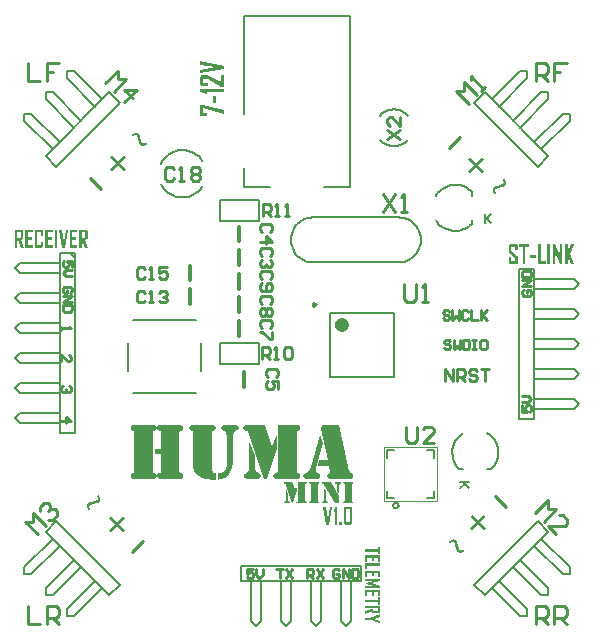
<source format=gto>
G04*
G04 #@! TF.GenerationSoftware,Altium Limited,Altium Designer,20.0.10 (225)*
G04*
G04 Layer_Color=65535*
%FSLAX25Y25*%
%MOIN*%
G70*
G01*
G75*
%ADD10C,0.00787*%
%ADD11C,0.00800*%
%ADD12C,0.02362*%
%ADD13C,0.00984*%
%ADD14C,0.01200*%
%ADD15C,0.00197*%
%ADD16C,0.00500*%
%ADD17C,0.00600*%
%ADD18C,0.01000*%
G36*
X112926Y52348D02*
X113037Y52324D01*
X113086Y52299D01*
X113123Y52274D01*
X113135Y52262D01*
X113172Y52213D01*
X113209Y52151D01*
X113221Y52078D01*
Y52065D01*
X113209Y52016D01*
X113196Y51955D01*
X113160Y51905D01*
X113147Y51893D01*
X113110Y51868D01*
X113037Y51819D01*
X112987Y51795D01*
X112926Y51758D01*
X112914D01*
X112877Y51733D01*
X112827Y51696D01*
X112778Y51659D01*
X112704Y51598D01*
X112643Y51524D01*
X112581Y51426D01*
X112520Y51327D01*
Y51315D01*
X112508Y51290D01*
X112495Y51241D01*
X112471Y51180D01*
X112458Y51094D01*
X112434Y50995D01*
X112422Y50884D01*
Y50749D01*
Y48388D01*
X111868Y49310D01*
Y50749D01*
Y50774D01*
Y50823D01*
X111856Y50897D01*
Y50995D01*
X111806Y51217D01*
X111782Y51327D01*
X111733Y51413D01*
Y51426D01*
X111708Y51450D01*
X111671Y51499D01*
X111634Y51549D01*
X111573Y51610D01*
X111499Y51684D01*
X111401Y51758D01*
X111290Y51819D01*
X111278Y51832D01*
X111228Y51856D01*
X111179Y51893D01*
X111142Y51930D01*
Y51942D01*
X111130Y51979D01*
X111118Y52028D01*
X111105Y52090D01*
Y52102D01*
Y52114D01*
X111118Y52164D01*
X111142Y52225D01*
X111191Y52287D01*
X111204Y52299D01*
X111265Y52324D01*
X111351Y52348D01*
X111474Y52360D01*
X112864D01*
X112926Y52348D01*
D02*
G37*
G36*
X116936D02*
X117022Y52336D01*
X117108Y52287D01*
X117120Y52274D01*
X117169Y52237D01*
X117206Y52176D01*
X117218Y52090D01*
Y52078D01*
Y52053D01*
X117194Y51967D01*
X117169Y51930D01*
X117132Y51881D01*
X117083Y51832D01*
X117009Y51807D01*
X116997D01*
X116985Y51795D01*
X116923Y51770D01*
X116850Y51745D01*
X116825D01*
X116800Y51733D01*
X116788Y51721D01*
X116776Y51709D01*
X116751Y51672D01*
X116739Y51659D01*
X116727Y51610D01*
X116702Y51524D01*
X116690Y51413D01*
Y46210D01*
Y46198D01*
Y46186D01*
X116702Y46112D01*
X116714Y46026D01*
X116751Y45952D01*
Y45940D01*
X116763Y45928D01*
X116788Y45903D01*
X116800Y45891D01*
X116813D01*
X116837Y45878D01*
X116899Y45854D01*
X116948Y45841D01*
X117009Y45817D01*
X117022D01*
X117046Y45805D01*
X117120Y45755D01*
X117157Y45718D01*
X117182Y45669D01*
X117206Y45608D01*
X117218Y45534D01*
Y45509D01*
X117206Y45460D01*
X117169Y45399D01*
X117108Y45337D01*
X117095Y45325D01*
X117034Y45312D01*
X116948Y45288D01*
X116825Y45276D01*
X114217D01*
X114144Y45288D01*
X114045Y45300D01*
X113959Y45337D01*
X113947Y45349D01*
X113910Y45386D01*
X113873Y45448D01*
X113861Y45534D01*
Y45546D01*
Y45571D01*
X113885Y45657D01*
X113910Y45706D01*
X113947Y45743D01*
X113996Y45792D01*
X114057Y45817D01*
X114070D01*
X114082Y45829D01*
X114144Y45854D01*
X114217Y45878D01*
X114242D01*
X114254Y45891D01*
X114267D01*
X114279Y45903D01*
X114291Y45928D01*
X114316Y45952D01*
X114328Y45964D01*
X114353Y46014D01*
X114377Y46100D01*
X114390Y46210D01*
Y51413D01*
Y51426D01*
Y51438D01*
X114377Y51512D01*
X114365Y51598D01*
X114316Y51672D01*
Y51684D01*
X114303Y51696D01*
X114279Y51721D01*
X114254Y51733D01*
X114217Y51745D01*
X114156Y51770D01*
X114119Y51782D01*
X114057Y51807D01*
X114045D01*
X114033Y51819D01*
X113959Y51868D01*
X113922Y51905D01*
X113898Y51955D01*
X113873Y52016D01*
X113861Y52090D01*
Y52114D01*
X113873Y52164D01*
X113898Y52225D01*
X113959Y52287D01*
X113984Y52299D01*
X114033Y52324D01*
X114119Y52348D01*
X114242Y52360D01*
X116862D01*
X116936Y52348D01*
D02*
G37*
G36*
X112422Y47563D02*
Y45276D01*
X110995D01*
X107477Y51340D01*
Y51352D01*
X107465Y51376D01*
X107415Y51450D01*
X107354Y51536D01*
X107292Y51610D01*
X107280Y51622D01*
X107243Y51659D01*
X107182Y51696D01*
X107096Y51733D01*
X106899Y51807D01*
X106886D01*
X106862Y51832D01*
X106813Y51856D01*
X106776Y51893D01*
Y51905D01*
X106764Y51942D01*
X106751Y51991D01*
X106739Y52053D01*
Y52065D01*
Y52102D01*
X106751Y52151D01*
X106776Y52213D01*
X106788Y52225D01*
X106813Y52250D01*
X106850Y52287D01*
X106899Y52324D01*
X106923Y52336D01*
X106948D01*
X106997Y52348D01*
X107059D01*
X107145Y52360D01*
X109654D01*
X112422Y47563D01*
D02*
G37*
G36*
X108043Y49617D02*
Y46838D01*
Y46825D01*
Y46776D01*
X108055Y46715D01*
Y46629D01*
X108092Y46432D01*
X108116Y46333D01*
X108153Y46235D01*
X108166Y46223D01*
X108178Y46198D01*
X108203Y46149D01*
X108252Y46100D01*
X108301Y46038D01*
X108375Y45977D01*
X108449Y45915D01*
X108547Y45854D01*
X108707Y45768D01*
X108719D01*
X108731Y45755D01*
X108781Y45706D01*
X108818Y45632D01*
X108842Y45595D01*
Y45534D01*
Y45509D01*
X108830Y45460D01*
X108793Y45399D01*
X108731Y45337D01*
X108719Y45325D01*
X108658Y45312D01*
X108621Y45300D01*
X108559Y45288D01*
X108485Y45276D01*
X107120D01*
X107046Y45288D01*
X106960Y45312D01*
X106874Y45337D01*
X106800Y45386D01*
X106751Y45448D01*
X106727Y45534D01*
Y45546D01*
X106739Y45595D01*
X106751Y45632D01*
X106776Y45682D01*
X106788Y45694D01*
X106825Y45718D01*
X106886Y45768D01*
X106985Y45829D01*
X107009Y45841D01*
X107059Y45891D01*
X107145Y45952D01*
X107243Y46063D01*
X107329Y46198D01*
X107415Y46370D01*
X107465Y46592D01*
X107489Y46838D01*
Y50528D01*
X108043Y49617D01*
D02*
G37*
G36*
X105583Y52348D02*
X105669Y52336D01*
X105755Y52287D01*
X105767Y52274D01*
X105816Y52237D01*
X105853Y52176D01*
X105866Y52090D01*
Y52078D01*
Y52053D01*
X105841Y51967D01*
X105816Y51930D01*
X105780Y51881D01*
X105730Y51832D01*
X105657Y51807D01*
X105644D01*
X105632Y51795D01*
X105570Y51770D01*
X105497Y51745D01*
X105472D01*
X105447Y51733D01*
X105435Y51721D01*
X105423Y51709D01*
X105398Y51672D01*
X105386Y51659D01*
X105374Y51610D01*
X105349Y51524D01*
X105337Y51413D01*
Y46210D01*
Y46198D01*
Y46186D01*
X105349Y46112D01*
X105361Y46026D01*
X105398Y45952D01*
Y45940D01*
X105411Y45928D01*
X105435Y45903D01*
X105447Y45891D01*
X105460D01*
X105484Y45878D01*
X105546Y45854D01*
X105595Y45841D01*
X105657Y45817D01*
X105669D01*
X105693Y45805D01*
X105767Y45755D01*
X105804Y45718D01*
X105829Y45669D01*
X105853Y45608D01*
X105866Y45534D01*
Y45509D01*
X105853Y45460D01*
X105816Y45399D01*
X105755Y45337D01*
X105743Y45325D01*
X105681Y45312D01*
X105595Y45288D01*
X105472Y45276D01*
X102864D01*
X102791Y45288D01*
X102692Y45300D01*
X102606Y45337D01*
X102594Y45349D01*
X102557Y45386D01*
X102520Y45448D01*
X102508Y45534D01*
Y45546D01*
Y45571D01*
X102532Y45657D01*
X102557Y45706D01*
X102594Y45743D01*
X102643Y45792D01*
X102705Y45817D01*
X102717D01*
X102729Y45829D01*
X102791Y45854D01*
X102864Y45878D01*
X102889D01*
X102901Y45891D01*
X102914D01*
X102926Y45903D01*
X102938Y45928D01*
X102963Y45952D01*
X102975Y45964D01*
X103000Y46014D01*
X103024Y46100D01*
X103037Y46210D01*
Y51413D01*
Y51426D01*
Y51438D01*
X103024Y51512D01*
X103012Y51598D01*
X102963Y51672D01*
Y51684D01*
X102951Y51696D01*
X102926Y51721D01*
X102901Y51733D01*
X102864Y51745D01*
X102803Y51770D01*
X102766Y51782D01*
X102705Y51807D01*
X102692D01*
X102680Y51819D01*
X102606Y51868D01*
X102569Y51905D01*
X102545Y51955D01*
X102520Y52016D01*
X102508Y52090D01*
Y52114D01*
X102520Y52164D01*
X102545Y52225D01*
X102606Y52287D01*
X102631Y52299D01*
X102680Y52324D01*
X102766Y52348D01*
X102889Y52360D01*
X105509D01*
X105583Y52348D01*
D02*
G37*
G36*
X101376D02*
X101450Y52324D01*
X101524Y52299D01*
X101585Y52250D01*
X101634Y52176D01*
X101647Y52090D01*
Y52078D01*
Y52053D01*
X101622Y51967D01*
X101597Y51930D01*
X101561Y51881D01*
X101511Y51832D01*
X101438Y51807D01*
X101425D01*
X101413Y51795D01*
X101351Y51770D01*
X101278Y51745D01*
X101253D01*
X101228Y51733D01*
X101216Y51721D01*
X101204Y51709D01*
X101179Y51672D01*
X101167Y51659D01*
X101155Y51610D01*
X101130Y51524D01*
X101118Y51413D01*
Y46210D01*
Y46198D01*
Y46186D01*
X101130Y46112D01*
X101142Y46026D01*
X101179Y45952D01*
Y45940D01*
X101192Y45928D01*
X101216Y45903D01*
X101228Y45891D01*
X101241D01*
X101265Y45878D01*
X101327Y45854D01*
X101376Y45841D01*
X101438Y45817D01*
X101450D01*
X101474Y45805D01*
X101548Y45755D01*
X101585Y45718D01*
X101610Y45669D01*
X101634Y45608D01*
X101647Y45534D01*
Y45522D01*
Y45497D01*
X101622Y45448D01*
X101597Y45411D01*
X101548Y45362D01*
X101487Y45312D01*
X101388Y45288D01*
X101253Y45276D01*
X98559D01*
X98510Y45288D01*
X98400Y45300D01*
X98289Y45337D01*
X98277Y45349D01*
X98240Y45386D01*
X98190Y45460D01*
X98178Y45546D01*
Y45559D01*
Y45583D01*
X98215Y45669D01*
X98240Y45718D01*
X98277Y45768D01*
X98338Y45805D01*
X98424Y45829D01*
X98436D01*
X98461Y45841D01*
X98523Y45866D01*
X98609Y45891D01*
X98633D01*
X98658Y45903D01*
X98670D01*
X98682Y45915D01*
X98707Y45940D01*
X98732Y45964D01*
X98744Y45977D01*
X98781Y46038D01*
X98805Y46124D01*
X98818Y46260D01*
Y52360D01*
X101315D01*
X101376Y52348D01*
D02*
G37*
G36*
X97920Y49445D02*
X98375Y51007D01*
Y49285D01*
X97170Y45276D01*
X96899D01*
X94882Y51241D01*
Y51253D01*
X94857Y51290D01*
X94845Y51340D01*
X94808Y51413D01*
X94746Y51549D01*
X94697Y51598D01*
X94660Y51647D01*
X94648Y51659D01*
X94599Y51684D01*
X94525Y51721D01*
X94427Y51745D01*
X94414D01*
X94377Y51758D01*
X94316Y51782D01*
X94267Y51819D01*
X94205Y51856D01*
X94144Y51918D01*
X94107Y51979D01*
X94095Y52065D01*
Y52078D01*
Y52090D01*
X94107Y52139D01*
X94131Y52213D01*
X94181Y52274D01*
X94205Y52287D01*
X94254Y52324D01*
X94340Y52348D01*
X94463Y52360D01*
X96899D01*
X97920Y49445D01*
D02*
G37*
G36*
X95447Y48400D02*
Y46838D01*
Y46825D01*
Y46801D01*
Y46752D01*
Y46702D01*
Y46592D01*
X95460Y46543D01*
Y46493D01*
Y46481D01*
X95472Y46432D01*
X95497Y46358D01*
X95546Y46260D01*
Y46247D01*
X95570Y46223D01*
X95583Y46186D01*
X95620Y46137D01*
X95718Y46026D01*
X95841Y45928D01*
X96038Y45805D01*
X96050D01*
X96075Y45780D01*
X96136Y45731D01*
X96210Y45645D01*
X96222Y45583D01*
X96235Y45534D01*
Y45522D01*
Y45497D01*
X96210Y45448D01*
X96185Y45411D01*
X96136Y45362D01*
X96075Y45312D01*
X95976Y45288D01*
X95841Y45276D01*
X94476D01*
X94414Y45288D01*
X94353Y45312D01*
X94279Y45337D01*
X94217Y45386D01*
X94168Y45448D01*
X94156Y45534D01*
Y45546D01*
Y45583D01*
X94181Y45657D01*
X94193Y45669D01*
X94217Y45694D01*
X94254Y45718D01*
X94316Y45755D01*
X94328D01*
X94340Y45768D01*
X94402Y45817D01*
X94500Y45891D01*
X94611Y46001D01*
X94709Y46161D01*
X94808Y46346D01*
X94869Y46567D01*
X94894Y46702D01*
Y46838D01*
Y49962D01*
X95447Y48400D01*
D02*
G37*
G36*
X109102Y38189D02*
X108218D01*
X107087Y44138D01*
X107979D01*
X108634Y40063D01*
Y40054D01*
Y40028D01*
Y39992D01*
X108642Y39930D01*
Y39860D01*
X108651Y39771D01*
Y39665D01*
X108660Y39550D01*
Y39559D01*
Y39586D01*
Y39621D01*
Y39683D01*
Y39754D01*
Y39842D01*
X108669Y39948D01*
X108678Y40063D01*
X109359Y44138D01*
X110242D01*
X109102Y38189D01*
D02*
G37*
G36*
X116492Y44129D02*
X116572Y44112D01*
X116660Y44076D01*
X116749Y44014D01*
X116820Y43935D01*
X116855Y43882D01*
X116873Y43820D01*
X116890Y43740D01*
X116899Y43661D01*
Y38666D01*
Y38658D01*
Y38649D01*
X116890Y38596D01*
X116873Y38516D01*
X116837Y38436D01*
X116775Y38348D01*
X116696Y38269D01*
X116643Y38242D01*
X116581Y38216D01*
X116501Y38207D01*
X116422Y38198D01*
X114442D01*
X114388Y38207D01*
X114309Y38224D01*
X114229Y38260D01*
X114141Y38313D01*
X114061Y38392D01*
X114035Y38445D01*
X114008Y38516D01*
X113999Y38587D01*
X113991Y38666D01*
Y43661D01*
Y43670D01*
Y43679D01*
X113999Y43732D01*
X114017Y43811D01*
X114052Y43900D01*
X114106Y43988D01*
X114194Y44059D01*
X114247Y44094D01*
X114309Y44112D01*
X114388Y44129D01*
X114468Y44138D01*
X116439D01*
X116492Y44129D01*
D02*
G37*
G36*
X113354Y38198D02*
X112497D01*
Y39117D01*
X113354D01*
Y38198D01*
D02*
G37*
G36*
X111816D02*
X110941D01*
Y42397D01*
X110596D01*
Y42512D01*
X111056Y44138D01*
X111816D01*
Y38198D01*
D02*
G37*
G36*
X115883Y56132D02*
Y56071D01*
X115945Y55948D01*
X116006Y55763D01*
X116098Y55517D01*
X116160Y55456D01*
X116252Y55425D01*
X116375Y55364D01*
X116406D01*
X116437Y55333D01*
X116621Y55210D01*
X116836Y55087D01*
X117021Y54933D01*
X117052Y54902D01*
X117113Y54810D01*
X117175Y54626D01*
X117205Y54410D01*
Y54380D01*
X117175Y54257D01*
X117144Y54134D01*
X117052Y53949D01*
X116898Y53795D01*
X116683Y53642D01*
X116375Y53519D01*
X115945Y53488D01*
X109487D01*
X109303Y53519D01*
X109026Y53580D01*
X108780Y53734D01*
X108718Y53795D01*
X108626Y53918D01*
X108534Y54134D01*
X108472Y54410D01*
Y54441D01*
Y54472D01*
X108503Y54595D01*
X108534Y54779D01*
X108595Y54933D01*
X108626Y54964D01*
X108749Y55056D01*
X108934Y55179D01*
X109087Y55271D01*
X109241Y55364D01*
X109272D01*
X109303Y55394D01*
X109426Y55517D01*
X109456Y55548D01*
X109487Y55610D01*
X109518Y55702D01*
Y55794D01*
Y55825D01*
Y55886D01*
X109456Y56102D01*
X109087Y57762D01*
X105490D01*
X105889Y59792D01*
X108688D01*
X106351Y69878D01*
X106720Y71384D01*
X112285D01*
X115883Y56132D01*
D02*
G37*
G36*
X106996Y65265D02*
X104721Y56963D01*
Y56901D01*
X104690Y56778D01*
X104659Y56594D01*
Y56378D01*
Y56348D01*
Y56255D01*
X104690Y56163D01*
X104721Y56009D01*
X104782Y55856D01*
X104905Y55702D01*
X105028Y55579D01*
X105213Y55456D01*
X105674Y55241D01*
X105705D01*
X105766Y55179D01*
X105982Y55025D01*
X106166Y54749D01*
X106228Y54595D01*
X106258Y54380D01*
Y54349D01*
X106228Y54257D01*
X106197Y54103D01*
X106105Y53949D01*
X105982Y53765D01*
X105766Y53642D01*
X105459Y53519D01*
X105059Y53488D01*
X101615D01*
X101492Y53519D01*
X101185Y53580D01*
X100877Y53734D01*
X100816Y53795D01*
X100723Y53949D01*
X100600Y54164D01*
X100570Y54318D01*
X100539Y54503D01*
Y54533D01*
Y54595D01*
X100570Y54687D01*
X100631Y54779D01*
X100723Y54933D01*
X100846Y55056D01*
X101000Y55210D01*
X101246Y55333D01*
X101277D01*
X101308Y55364D01*
X101492Y55456D01*
X101738Y55548D01*
X101923Y55671D01*
X101953Y55702D01*
X102076Y55794D01*
X102199Y55917D01*
X102353Y56102D01*
X102384Y56132D01*
X102415Y56194D01*
X102476Y56317D01*
X102568Y56471D01*
X102661Y56655D01*
X102753Y56901D01*
X102845Y57147D01*
X102937Y57455D01*
X106074Y68156D01*
X106996Y65265D01*
D02*
G37*
G36*
X98755Y71323D02*
X98971Y71261D01*
X99186Y71169D01*
X99401Y70985D01*
X99524Y70769D01*
X99586Y70462D01*
Y70431D01*
Y70339D01*
X99555Y70216D01*
X99493Y70093D01*
X99401Y69908D01*
X99278Y69755D01*
X99124Y69632D01*
X98878Y69509D01*
X98848D01*
X98817Y69478D01*
X98663Y69447D01*
X98540Y69386D01*
X98479D01*
X98448Y69355D01*
X98417D01*
X98386Y69293D01*
Y69263D01*
X98356Y69201D01*
X98325Y69047D01*
X98294Y68801D01*
Y56071D01*
Y56009D01*
Y55856D01*
X98325Y55702D01*
X98386Y55548D01*
X98417Y55517D01*
X98448Y55456D01*
X98509D01*
X98632Y55394D01*
X98755Y55364D01*
X98878Y55333D01*
X98909D01*
X99001Y55271D01*
X99094Y55210D01*
X99247Y55118D01*
X99370Y54995D01*
X99463Y54841D01*
X99555Y54656D01*
X99586Y54410D01*
Y54380D01*
X99555Y54257D01*
X99524Y54134D01*
X99432Y53949D01*
X99278Y53795D01*
X99063Y53642D01*
X98755Y53519D01*
X98356Y53488D01*
X91683D01*
X91529Y53519D01*
X91222Y53580D01*
X90883Y53703D01*
X90822Y53765D01*
X90699Y53888D01*
X90576Y54134D01*
X90545Y54257D01*
X90514Y54441D01*
Y54472D01*
Y54564D01*
X90545Y54687D01*
X90607Y54841D01*
X90699Y54995D01*
X90853Y55148D01*
X91037Y55271D01*
X91283Y55364D01*
X91314D01*
X91375Y55394D01*
X91560Y55425D01*
X91744Y55456D01*
X91806Y55487D01*
X91837D01*
X91867Y55517D01*
X91898Y55579D01*
X91960Y55640D01*
X91990Y55671D01*
X92021Y55763D01*
X92052Y55917D01*
X92083Y56163D01*
Y71384D01*
X98540D01*
X98755Y71323D01*
D02*
G37*
G36*
X90176Y64250D02*
X91591Y68125D01*
Y63574D01*
X88577Y53488D01*
X87501D01*
X82489Y68309D01*
Y68340D01*
X82458Y68432D01*
X82396Y68525D01*
X82335Y68678D01*
X82181Y68955D01*
X82120Y69078D01*
X82027Y69170D01*
X81997Y69201D01*
X81935Y69232D01*
X81781Y69324D01*
X81535Y69386D01*
X81505D01*
X81382Y69447D01*
X81228Y69509D01*
X81043Y69601D01*
X80859Y69724D01*
X80705Y69908D01*
X80582Y70154D01*
X80551Y70431D01*
Y70462D01*
Y70493D01*
X80582Y70677D01*
X80674Y70892D01*
X80859Y71108D01*
X80890D01*
X80920Y71138D01*
X81105Y71261D01*
X81351Y71354D01*
X81720Y71384D01*
X87901D01*
X90176Y64250D01*
D02*
G37*
G36*
X84395Y61452D02*
Y57608D01*
Y57578D01*
Y57516D01*
Y57424D01*
Y57301D01*
Y57024D01*
X84426Y56870D01*
Y56778D01*
Y56747D01*
X84457Y56655D01*
X84487Y56532D01*
X84549Y56378D01*
Y56348D01*
X84610Y56286D01*
X84672Y56194D01*
X84733Y56071D01*
X84949Y55794D01*
X85072Y55671D01*
X85195Y55579D01*
X85687Y55271D01*
X85717Y55241D01*
X85779Y55210D01*
X86025Y55025D01*
X86240Y54749D01*
X86302Y54595D01*
X86332Y54410D01*
Y54380D01*
X86302Y54257D01*
X86271Y54134D01*
X86179Y53949D01*
X86025Y53795D01*
X85810Y53642D01*
X85502Y53519D01*
X85072Y53488D01*
X81689D01*
X81505Y53549D01*
X81289Y53611D01*
X81043Y53703D01*
X80859Y53857D01*
X80736Y54072D01*
X80674Y54380D01*
Y54441D01*
X80705Y54533D01*
X80736Y54687D01*
X80797Y54810D01*
X80828Y54841D01*
X80890Y54933D01*
X81013Y55025D01*
X81197Y55148D01*
X81259Y55179D01*
X81412Y55302D01*
X81597Y55456D01*
X81843Y55733D01*
X82089Y56071D01*
X82273Y56471D01*
X82427Y56993D01*
X82489Y57608D01*
Y65542D01*
X84395Y61452D01*
D02*
G37*
G36*
X59672Y71323D02*
X59887Y71261D01*
X60103Y71169D01*
X60318Y70985D01*
X60441Y70769D01*
X60502Y70462D01*
Y70431D01*
Y70339D01*
X60472Y70216D01*
X60410Y70093D01*
X60318Y69908D01*
X60195Y69755D01*
X60041Y69632D01*
X59795Y69509D01*
X59764D01*
X59734Y69478D01*
X59580Y69447D01*
X59457Y69386D01*
X59395D01*
X59365Y69355D01*
X59334D01*
X59303Y69293D01*
Y69263D01*
X59272Y69201D01*
X59242Y69047D01*
X59211Y68801D01*
Y56102D01*
Y56071D01*
Y56009D01*
X59242Y55825D01*
X59303Y55610D01*
X59365Y55548D01*
X59426Y55487D01*
X59857Y55333D01*
X59887D01*
X59949Y55302D01*
X60072Y55241D01*
X60195Y55148D01*
X60287Y55025D01*
X60410Y54841D01*
X60472Y54656D01*
X60502Y54410D01*
Y54380D01*
X60472Y54257D01*
X60441Y54134D01*
X60349Y53949D01*
X60195Y53795D01*
X59980Y53642D01*
X59672Y53519D01*
X59272Y53488D01*
X52846D01*
X52723Y53519D01*
X52538Y53549D01*
X52323Y53611D01*
X52108Y53703D01*
X51923Y53888D01*
X51800Y54103D01*
X51739Y54410D01*
Y54441D01*
Y54533D01*
X51769Y54656D01*
X51831Y54810D01*
X51892Y54964D01*
X52015Y55118D01*
X52169Y55241D01*
X52384Y55364D01*
X52846Y55517D01*
X52876D01*
X52938Y55610D01*
Y55671D01*
X52969Y55763D01*
X52999Y55917D01*
Y56102D01*
Y61729D01*
X50939D01*
Y63512D01*
X52999D01*
Y68801D01*
Y68832D01*
Y68894D01*
Y69078D01*
X52969Y69263D01*
X52938Y69324D01*
X52907Y69355D01*
X52384Y69509D01*
X52354D01*
X52292Y69570D01*
X52169Y69632D01*
X52077Y69724D01*
X51954Y69847D01*
X51831Y70001D01*
X51769Y70216D01*
X51739Y70462D01*
Y70493D01*
X51769Y70616D01*
X51800Y70769D01*
X51892Y70923D01*
X52015Y71108D01*
X52231Y71231D01*
X52507Y71354D01*
X52907Y71384D01*
X59457D01*
X59672Y71323D01*
D02*
G37*
G36*
X50847D02*
X51093Y71261D01*
X51308Y71169D01*
X51493Y70985D01*
X51616Y70769D01*
X51677Y70462D01*
Y70431D01*
Y70339D01*
X51646Y70216D01*
X51585Y70062D01*
X51493Y69908D01*
X51370Y69755D01*
X51216Y69601D01*
X50970Y69509D01*
X50632Y69416D01*
X50601Y69386D01*
X50539Y69293D01*
X50478Y69232D01*
X50447Y69109D01*
X50416Y68986D01*
Y68801D01*
Y56071D01*
Y56040D01*
Y55979D01*
X50447Y55794D01*
X50509Y55579D01*
X50570Y55487D01*
X50632Y55425D01*
X50970Y55333D01*
X51001D01*
X51093Y55302D01*
X51185Y55241D01*
X51339Y55148D01*
X51462Y55025D01*
X51554Y54841D01*
X51646Y54656D01*
X51677Y54410D01*
Y54380D01*
X51646Y54257D01*
X51616Y54134D01*
X51523Y53949D01*
X51400Y53795D01*
X51185Y53642D01*
X50878Y53519D01*
X50478Y53488D01*
X43928D01*
X43805Y53519D01*
X43528Y53580D01*
X43252Y53703D01*
X43190Y53765D01*
X43098Y53888D01*
X42975Y54103D01*
X42944Y54257D01*
X42913Y54410D01*
Y54441D01*
Y54533D01*
X42944Y54626D01*
X43006Y54779D01*
X43067Y54933D01*
X43190Y55087D01*
X43375Y55210D01*
X43590Y55333D01*
X43621D01*
X43651Y55364D01*
X43805Y55394D01*
X43928Y55425D01*
X43990Y55456D01*
X44020D01*
X44051Y55487D01*
X44082Y55548D01*
X44113Y55579D01*
X44143Y55671D01*
X44174Y55825D01*
X44205Y56071D01*
Y68801D01*
Y68832D01*
Y68863D01*
Y68986D01*
X44143Y69140D01*
X44082Y69293D01*
X44051Y69324D01*
X44020Y69355D01*
X43959Y69386D01*
X43836Y69447D01*
X43713Y69478D01*
X43590Y69509D01*
X43559D01*
X43498Y69570D01*
X43375Y69632D01*
X43252Y69724D01*
X43129Y69847D01*
X43006Y70001D01*
X42944Y70216D01*
X42913Y70462D01*
Y70493D01*
Y70523D01*
X42944Y70708D01*
X43036Y70923D01*
X43221Y71138D01*
X43252D01*
X43282Y71169D01*
X43467Y71261D01*
X43744Y71354D01*
X44113Y71384D01*
X50662D01*
X50847Y71323D01*
D02*
G37*
G36*
X78153Y71354D02*
X78184D01*
X78276Y71323D01*
X78491Y71231D01*
X78522D01*
X78583Y71169D01*
X78737Y71046D01*
X78922Y70800D01*
X78952Y70646D01*
X78983Y70493D01*
Y70462D01*
Y70431D01*
X78952Y70247D01*
X78860Y70031D01*
X78676Y69816D01*
X78645Y69785D01*
X78583Y69724D01*
X78399Y69632D01*
X78245Y69539D01*
X78091Y69447D01*
X78061D01*
X77999Y69386D01*
X77815Y69232D01*
X77569Y68955D01*
X77323Y68586D01*
Y68555D01*
X77292Y68494D01*
X77230Y68371D01*
X77200Y68217D01*
X77138Y68033D01*
X77077Y67817D01*
X77046Y67295D01*
Y58992D01*
Y58961D01*
Y58900D01*
Y58777D01*
X77015Y58623D01*
Y58439D01*
X76984Y58223D01*
X76892Y57701D01*
X76769Y57086D01*
X76554Y56471D01*
X76246Y55825D01*
X75847Y55210D01*
X75816Y55179D01*
X75754Y55056D01*
X75601Y54872D01*
X75416Y54656D01*
X75139Y54410D01*
X74801Y54134D01*
X74401Y53857D01*
X73940Y53611D01*
X73909D01*
X73817Y53549D01*
X73663Y53519D01*
X73448Y53426D01*
X73171Y53365D01*
X72864Y53273D01*
X72464Y53211D01*
X72034Y53150D01*
Y55271D01*
X72095D01*
X72280Y55302D01*
X72526Y55364D01*
X72833Y55425D01*
X73171Y55487D01*
X73540Y55579D01*
X73848Y55702D01*
X74155Y55825D01*
Y55856D01*
X74186Y55886D01*
X74309Y56071D01*
X74463Y56348D01*
X74647Y56747D01*
X74832Y57209D01*
X74986Y57731D01*
X75109Y58346D01*
X75139Y58992D01*
Y67295D01*
Y67325D01*
Y67356D01*
X75109Y67541D01*
X75078Y67817D01*
X74986Y68156D01*
X74863Y68525D01*
X74647Y68894D01*
X74340Y69201D01*
X73940Y69478D01*
X73909D01*
X73879Y69509D01*
X73694Y69632D01*
X73479Y69755D01*
X73325Y69908D01*
X73294Y69939D01*
X73264Y70062D01*
X73202Y70247D01*
X73171Y70523D01*
Y70554D01*
Y70585D01*
X73202Y70769D01*
X73294Y70985D01*
X73479Y71169D01*
X73510D01*
X73540Y71200D01*
X73633Y71231D01*
X73725Y71292D01*
X74032Y71354D01*
X74463Y71384D01*
X77999D01*
X78153Y71354D01*
D02*
G37*
G36*
X70588Y71323D02*
X70650Y71292D01*
X70773Y71261D01*
X70927Y71138D01*
X71080Y70985D01*
X71111Y70954D01*
X71203Y70831D01*
X71265Y70677D01*
X71296Y70462D01*
Y70431D01*
Y70339D01*
X71265Y70216D01*
X71203Y70093D01*
X71111Y69908D01*
X70988Y69755D01*
X70834Y69632D01*
X70588Y69509D01*
X70558D01*
X70527Y69478D01*
X70373Y69447D01*
X70250Y69386D01*
X70189D01*
X70158Y69355D01*
X70127D01*
X70096Y69293D01*
Y69263D01*
X70066Y69201D01*
X70035Y69047D01*
X70004Y68801D01*
Y58131D01*
Y58100D01*
Y57947D01*
Y57762D01*
Y57547D01*
Y57055D01*
X70035Y56840D01*
Y56655D01*
Y56624D01*
Y56594D01*
X70096Y56409D01*
X70158Y56194D01*
X70250Y55948D01*
X70281Y55917D01*
X70342Y55794D01*
X70435Y55671D01*
X70558Y55548D01*
X70588Y55517D01*
X70650D01*
X70711Y55487D01*
X70834Y55425D01*
X70988Y55394D01*
X71173Y55302D01*
X71419Y55241D01*
Y53150D01*
X70588D01*
X70281Y53180D01*
X69881D01*
X69420Y53211D01*
X68959Y53273D01*
X68497Y53365D01*
X68036Y53457D01*
X67975Y53488D01*
X67821Y53519D01*
X67575Y53611D01*
X67237Y53703D01*
X66898Y53857D01*
X66499Y54041D01*
X66099Y54257D01*
X65699Y54503D01*
X65668Y54533D01*
X65545Y54626D01*
X65361Y54779D01*
X65146Y54964D01*
X64900Y55210D01*
X64654Y55487D01*
X64408Y55763D01*
X64223Y56102D01*
X64192Y56132D01*
X64162Y56286D01*
X64100Y56501D01*
X64008Y56809D01*
X63916Y57178D01*
X63854Y57670D01*
X63823Y58223D01*
X63793Y58838D01*
Y68801D01*
Y68832D01*
Y68863D01*
Y68986D01*
X63731Y69140D01*
X63670Y69293D01*
X63639Y69324D01*
X63608Y69355D01*
X63547Y69386D01*
X63424Y69447D01*
X63301Y69478D01*
X63178Y69509D01*
X63147D01*
X63085Y69570D01*
X62962Y69632D01*
X62839Y69724D01*
X62716Y69847D01*
X62593Y70001D01*
X62532Y70216D01*
X62501Y70462D01*
Y70493D01*
Y70523D01*
X62532Y70708D01*
X62655Y70923D01*
X62716Y71046D01*
X62839Y71138D01*
X62870D01*
X62901Y71169D01*
X63085Y71261D01*
X63331Y71354D01*
X63700Y71384D01*
X70066D01*
X70588Y71323D01*
D02*
G37*
G36*
X44895Y168821D02*
X45102Y168789D01*
X45309Y168734D01*
X45504Y168626D01*
X45689Y168484D01*
X45754Y168419D01*
X45819Y168332D01*
X45895Y168213D01*
X45982Y168061D01*
X46069Y167887D01*
X46156Y167691D01*
X46221Y167452D01*
X46526Y166061D01*
Y166039D01*
X46547Y165974D01*
X46580Y165876D01*
X46602Y165767D01*
X46689Y165528D01*
X46743Y165430D01*
X46786Y165365D01*
X46819Y165333D01*
X46874Y165300D01*
X46928Y165267D01*
X47004Y165235D01*
X47091Y165213D01*
X47199Y165191D01*
X47319Y165202D01*
X47341D01*
X47384Y165224D01*
X47460Y165235D01*
X47558Y165267D01*
X47678Y165322D01*
X47808Y165409D01*
X47949Y165506D01*
X48080Y165637D01*
X48591Y165126D01*
X48580Y165115D01*
X48558Y165094D01*
X48526Y165061D01*
X48471Y165028D01*
X48341Y164920D01*
X48178Y164800D01*
X47982Y164670D01*
X47765Y164539D01*
X47526Y164452D01*
X47286Y164387D01*
X47254Y164376D01*
X47058D01*
X46895Y164387D01*
X46721Y164430D01*
X46537Y164485D01*
X46341Y164594D01*
X46167Y164746D01*
X46113Y164800D01*
X46069Y164865D01*
X46015Y164941D01*
X45884Y165137D01*
X45841Y165267D01*
X45798Y165398D01*
X45352Y167148D01*
Y167169D01*
X45330Y167235D01*
X45298Y167311D01*
X45254Y167419D01*
X45156Y167648D01*
X45091Y167756D01*
X45026Y167843D01*
X45004Y167865D01*
X44939Y167908D01*
X44830Y167974D01*
X44700Y168017D01*
X44548Y168039D01*
X44363Y168028D01*
X44265Y167995D01*
X44167Y167941D01*
X44059Y167876D01*
X43961Y167778D01*
X43950Y167767D01*
X43907Y167724D01*
X43863Y167680D01*
X43798Y167615D01*
X43298Y168115D01*
X43309Y168126D01*
X43320Y168137D01*
X43385Y168202D01*
X43494Y168289D01*
X43635Y168408D01*
X43809Y168517D01*
X44015Y168637D01*
X44232Y168745D01*
X44472Y168810D01*
X44504Y168821D01*
X44591D01*
X44732Y168832D01*
X44895Y168821D01*
D02*
G37*
G36*
X41427Y160737D02*
X39449Y158759D01*
X41427Y156781D01*
X40753Y156107D01*
X38775Y158085D01*
X36797Y156107D01*
X36123Y156781D01*
X38101Y158759D01*
X36123Y160737D01*
X36797Y161411D01*
X38775Y159433D01*
X40753Y161411D01*
X41427Y160737D01*
D02*
G37*
G36*
X32129Y48186D02*
X32151Y48164D01*
X32183Y48132D01*
X32216Y48077D01*
X32324Y47947D01*
X32444Y47784D01*
X32574Y47588D01*
X32705Y47371D01*
X32792Y47132D01*
X32857Y46893D01*
X32868Y46860D01*
Y46773D01*
Y46665D01*
X32857Y46501D01*
X32814Y46328D01*
X32759Y46143D01*
X32651Y45947D01*
X32498Y45773D01*
X32444Y45719D01*
X32379Y45676D01*
X32303Y45621D01*
X32107Y45491D01*
X31977Y45447D01*
X31846Y45404D01*
X30097Y44958D01*
X30075D01*
X30010Y44936D01*
X29934Y44904D01*
X29825Y44860D01*
X29597Y44763D01*
X29488Y44697D01*
X29401Y44632D01*
X29379Y44610D01*
X29336Y44545D01*
X29270Y44436D01*
X29227Y44306D01*
X29205Y44154D01*
X29216Y43969D01*
X29249Y43871D01*
X29303Y43774D01*
X29368Y43665D01*
X29466Y43567D01*
X29477Y43556D01*
X29520Y43513D01*
X29564Y43469D01*
X29629Y43404D01*
X29129Y42904D01*
X29118Y42915D01*
X29107Y42926D01*
X29042Y42991D01*
X28955Y43100D01*
X28836Y43241D01*
X28727Y43415D01*
X28608Y43621D01*
X28499Y43839D01*
X28434Y44078D01*
X28423Y44111D01*
Y44197D01*
X28412Y44339D01*
X28423Y44502D01*
X28455Y44708D01*
X28510Y44915D01*
X28618Y45110D01*
X28760Y45295D01*
X28825Y45360D01*
X28912Y45426D01*
X29031Y45502D01*
X29184Y45589D01*
X29357Y45676D01*
X29553Y45763D01*
X29792Y45828D01*
X31183Y46132D01*
X31205D01*
X31270Y46154D01*
X31368Y46186D01*
X31477Y46208D01*
X31716Y46295D01*
X31814Y46349D01*
X31879Y46393D01*
X31912Y46425D01*
X31944Y46480D01*
X31977Y46534D01*
X32009Y46610D01*
X32031Y46697D01*
X32053Y46806D01*
X32042Y46925D01*
Y46947D01*
X32020Y46991D01*
X32009Y47067D01*
X31977Y47164D01*
X31922Y47284D01*
X31835Y47414D01*
X31738Y47556D01*
X31607Y47686D01*
X32118Y48197D01*
X32129Y48186D01*
D02*
G37*
G36*
X38485Y39055D02*
X40463Y41033D01*
X41137Y40359D01*
X39159Y38381D01*
X41137Y36403D01*
X40463Y35730D01*
X38485Y37707D01*
X36507Y35730D01*
X35833Y36403D01*
X37811Y38381D01*
X35833Y40359D01*
X36507Y41033D01*
X38485Y39055D01*
D02*
G37*
G36*
X150471Y33262D02*
X150580D01*
X150743Y33251D01*
X150917Y33207D01*
X151101Y33153D01*
X151297Y33044D01*
X151471Y32892D01*
X151525Y32838D01*
X151569Y32772D01*
X151623Y32697D01*
X151753Y32501D01*
X151797Y32370D01*
X151840Y32240D01*
X152286Y30490D01*
Y30468D01*
X152308Y30403D01*
X152340Y30327D01*
X152384Y30218D01*
X152481Y29990D01*
X152547Y29882D01*
X152612Y29795D01*
X152634Y29773D01*
X152699Y29729D01*
X152807Y29664D01*
X152938Y29621D01*
X153090Y29599D01*
X153275Y29610D01*
X153373Y29643D01*
X153471Y29697D01*
X153579Y29762D01*
X153677Y29860D01*
X153688Y29871D01*
X153731Y29914D01*
X153775Y29958D01*
X153840Y30023D01*
X154340Y29523D01*
X154329Y29512D01*
X154318Y29501D01*
X154253Y29436D01*
X154144Y29349D01*
X154003Y29230D01*
X153829Y29121D01*
X153623Y29001D01*
X153405Y28893D01*
X153166Y28827D01*
X153134Y28817D01*
X153047D01*
X152905Y28806D01*
X152742Y28817D01*
X152536Y28849D01*
X152329Y28903D01*
X152134Y29012D01*
X151949Y29153D01*
X151884Y29219D01*
X151819Y29306D01*
X151742Y29425D01*
X151655Y29577D01*
X151569Y29751D01*
X151482Y29947D01*
X151416Y30186D01*
X151112Y31577D01*
Y31599D01*
X151090Y31664D01*
X151058Y31762D01*
X151036Y31870D01*
X150949Y32110D01*
X150895Y32207D01*
X150851Y32273D01*
X150819Y32305D01*
X150764Y32338D01*
X150710Y32370D01*
X150634Y32403D01*
X150547Y32425D01*
X150438Y32447D01*
X150319Y32436D01*
X150297D01*
X150253Y32414D01*
X150177Y32403D01*
X150080Y32370D01*
X149960Y32316D01*
X149830Y32229D01*
X149688Y32131D01*
X149558Y32001D01*
X149047Y32512D01*
X149058Y32523D01*
X149080Y32544D01*
X149112Y32577D01*
X149167Y32610D01*
X149297Y32718D01*
X149460Y32838D01*
X149656Y32968D01*
X149873Y33099D01*
X150112Y33185D01*
X150351Y33251D01*
X150384Y33262D01*
X150471D01*
D02*
G37*
G36*
X158863Y39552D02*
X160841Y41530D01*
X161515Y40857D01*
X159537Y38879D01*
X161515Y36900D01*
X160841Y36227D01*
X158863Y38205D01*
X156885Y36227D01*
X156211Y36900D01*
X158189Y38879D01*
X156211Y40857D01*
X156885Y41530D01*
X158863Y39552D01*
D02*
G37*
G36*
X160624Y160053D02*
X158646Y158075D01*
X160624Y156097D01*
X159950Y155423D01*
X157972Y157402D01*
X155994Y155423D01*
X155320Y156097D01*
X157298Y158075D01*
X155320Y160053D01*
X155994Y160727D01*
X157972Y158749D01*
X159950Y160727D01*
X160624Y160053D01*
D02*
G37*
G36*
X167338Y153542D02*
X167349Y153531D01*
X167414Y153466D01*
X167501Y153357D01*
X167621Y153216D01*
X167730Y153042D01*
X167849Y152835D01*
X167958Y152618D01*
X168023Y152379D01*
X168034Y152346D01*
Y152259D01*
X168045Y152118D01*
X168034Y151955D01*
X168001Y151748D01*
X167947Y151542D01*
X167838Y151346D01*
X167697Y151162D01*
X167632Y151096D01*
X167545Y151031D01*
X167425Y150955D01*
X167273Y150868D01*
X167099Y150781D01*
X166904Y150694D01*
X166665Y150629D01*
X165273Y150325D01*
X165252D01*
X165186Y150303D01*
X165089Y150270D01*
X164980Y150249D01*
X164741Y150162D01*
X164643Y150107D01*
X164578Y150064D01*
X164545Y150031D01*
X164513Y149977D01*
X164480Y149923D01*
X164447Y149846D01*
X164426Y149759D01*
X164404Y149651D01*
X164415Y149531D01*
Y149510D01*
X164436Y149466D01*
X164447Y149390D01*
X164480Y149292D01*
X164534Y149173D01*
X164621Y149042D01*
X164719Y148901D01*
X164849Y148770D01*
X164339Y148260D01*
X164328Y148271D01*
X164306Y148292D01*
X164274Y148325D01*
X164241Y148379D01*
X164132Y148510D01*
X164013Y148673D01*
X163882Y148868D01*
X163752Y149086D01*
X163665Y149325D01*
X163600Y149564D01*
X163589Y149597D01*
Y149683D01*
Y149792D01*
X163600Y149955D01*
X163643Y150129D01*
X163698Y150314D01*
X163806Y150509D01*
X163958Y150683D01*
X164013Y150738D01*
X164078Y150781D01*
X164154Y150836D01*
X164350Y150966D01*
X164480Y151009D01*
X164610Y151053D01*
X166360Y151498D01*
X166382D01*
X166447Y151520D01*
X166523Y151553D01*
X166632Y151596D01*
X166860Y151694D01*
X166969Y151759D01*
X167056Y151824D01*
X167078Y151846D01*
X167121Y151911D01*
X167186Y152020D01*
X167230Y152150D01*
X167251Y152303D01*
X167241Y152488D01*
X167208Y152585D01*
X167154Y152683D01*
X167088Y152792D01*
X166990Y152890D01*
X166980Y152901D01*
X166936Y152944D01*
X166893Y152987D01*
X166827Y153053D01*
X167327Y153553D01*
X167338Y153542D01*
D02*
G37*
G36*
X73959Y191167D02*
Y190014D01*
X66199Y188538D01*
Y189702D01*
X71514Y190556D01*
X71526D01*
X71560D01*
X71606D01*
X71687Y190567D01*
X71779D01*
X71895Y190579D01*
X72033D01*
X72183Y190590D01*
X72171D01*
X72137D01*
X72091D01*
X72010D01*
X71918D01*
X71803D01*
X71664Y190602D01*
X71514Y190613D01*
X66199Y191501D01*
Y192654D01*
X73959Y191167D01*
D02*
G37*
G36*
X68551Y187938D02*
X68655Y187915D01*
X68770Y187892D01*
X68908Y187846D01*
X69058Y187777D01*
X69220Y187696D01*
X72932Y185575D01*
Y187938D01*
X73947D01*
Y184191D01*
X73232D01*
X68620Y186808D01*
X67179D01*
Y185402D01*
X68620D01*
Y184272D01*
X66821D01*
X66810D01*
X66799D01*
X66729Y184283D01*
X66625Y184306D01*
X66510Y184352D01*
X66395Y184422D01*
X66303Y184525D01*
X66256Y184595D01*
X66233Y184687D01*
X66210Y184779D01*
X66199Y184883D01*
Y187350D01*
X66210Y187419D01*
X66233Y187523D01*
X66280Y187638D01*
X66360Y187754D01*
X66464Y187846D01*
X66533Y187892D01*
X66614Y187915D01*
X66718Y187938D01*
X66821Y187950D01*
X68413D01*
X68424D01*
X68482D01*
X68551Y187938D01*
D02*
G37*
G36*
X73947Y182208D02*
X68470D01*
Y181758D01*
X68320D01*
X66199Y182358D01*
Y183349D01*
X73947D01*
Y182208D01*
D02*
G37*
G36*
X71491Y178737D02*
X70454D01*
Y181101D01*
X71491D01*
Y178737D01*
D02*
G37*
G36*
X73947Y176328D02*
Y175140D01*
X67190Y176869D01*
Y175394D01*
X68332D01*
Y174275D01*
X66199D01*
Y178103D01*
X66948D01*
X73947Y176328D01*
D02*
G37*
G36*
X126202Y28348D02*
X125519D01*
Y29200D01*
X121042D01*
Y29968D01*
X125519D01*
Y30821D01*
X126202D01*
Y28348D01*
D02*
G37*
G36*
Y25852D02*
X125519D01*
Y27196D01*
X124014D01*
Y26036D01*
X123346D01*
Y27196D01*
X121725D01*
Y25829D01*
X121042D01*
Y27964D01*
X126202D01*
Y25852D01*
D02*
G37*
G36*
Y24531D02*
X121733D01*
Y23271D01*
X121042D01*
Y25299D01*
X126202D01*
Y24531D01*
D02*
G37*
G36*
Y20698D02*
X125519D01*
Y22042D01*
X124014D01*
Y20883D01*
X123346D01*
Y22042D01*
X121725D01*
Y20675D01*
X121042D01*
Y22810D01*
X126202D01*
Y20698D01*
D02*
G37*
G36*
Y19423D02*
X123346Y18609D01*
X123338D01*
X123322Y18602D01*
X123300D01*
X123269Y18594D01*
X123230D01*
X123177Y18586D01*
X123246Y18579D01*
X123346Y18563D01*
X126202Y17749D01*
Y17020D01*
X121042D01*
Y17765D01*
X123584D01*
X123591D01*
X123622D01*
X123668D01*
X123730Y17757D01*
X123806D01*
X123906Y17742D01*
X124014Y17734D01*
X124144Y17718D01*
X121518Y18387D01*
Y18778D01*
X124144Y19454D01*
X124137D01*
X124129D01*
X124083Y19446D01*
X124021Y19439D01*
X123937Y19423D01*
X123853Y19416D01*
X123753Y19408D01*
X123668Y19400D01*
X123584D01*
X121042D01*
Y20145D01*
X126202D01*
Y19423D01*
D02*
G37*
G36*
Y14301D02*
X125519D01*
Y15645D01*
X124014D01*
Y14485D01*
X123346D01*
Y15645D01*
X121725D01*
Y14278D01*
X121042D01*
Y16413D01*
X126202D01*
Y14301D01*
D02*
G37*
G36*
Y11498D02*
X125519D01*
Y12350D01*
X121042D01*
Y13118D01*
X125519D01*
Y13971D01*
X126202D01*
Y11498D01*
D02*
G37*
G36*
Y9002D02*
X126195Y8956D01*
X126180Y8886D01*
X126149Y8810D01*
X126095Y8733D01*
X126026Y8664D01*
X125980Y8641D01*
X125926Y8618D01*
X125857Y8610D01*
X125788Y8602D01*
X123791D01*
X123776D01*
X123745D01*
X123699Y8610D01*
X123637Y8633D01*
X123576Y8656D01*
X123514Y8694D01*
X123461Y8748D01*
X123422Y8825D01*
Y8833D01*
X123415Y8848D01*
X123407Y8886D01*
Y8933D01*
X123399Y9002D01*
X123392Y9094D01*
X123384Y9201D01*
Y9332D01*
X121042Y8472D01*
Y9278D01*
X123438Y10131D01*
X123445D01*
X123461D01*
X123499D01*
X123553D01*
X123591D01*
X123637D01*
X123691D01*
X123753D01*
X123822D01*
X123906D01*
Y9370D01*
X125542D01*
Y10346D01*
X121042D01*
Y11114D01*
X126202D01*
Y9002D01*
D02*
G37*
G36*
Y7427D02*
X123952Y6805D01*
X126202Y6191D01*
Y5400D01*
X126195D01*
X126187D01*
X126180D01*
X126172D01*
X124014Y6083D01*
X123998Y6091D01*
X123983Y6099D01*
X123952Y6106D01*
X123914Y6122D01*
X123875Y6137D01*
X123822Y6152D01*
X123760Y6176D01*
X123684Y6199D01*
X123607Y6222D01*
X123522Y6252D01*
X123422Y6283D01*
X123315Y6314D01*
X123200Y6345D01*
X123069Y6383D01*
X122931Y6421D01*
X121042D01*
Y7197D01*
X122931D01*
X122946D01*
X122977Y7205D01*
X123031Y7220D01*
X123100Y7235D01*
X123177Y7258D01*
X123269Y7281D01*
X123369Y7312D01*
X123476Y7350D01*
X123484D01*
X123499Y7358D01*
X123522Y7366D01*
X123553Y7381D01*
X123637Y7404D01*
X123730Y7443D01*
X123822Y7473D01*
X123914Y7504D01*
X123945Y7519D01*
X123975Y7527D01*
X123998Y7535D01*
X124014Y7542D01*
X126172Y8218D01*
X126180D01*
X126187D01*
X126202D01*
Y7427D01*
D02*
G37*
G36*
X171604Y131566D02*
X171690Y131547D01*
X171786Y131508D01*
X171882Y131450D01*
X171969Y131354D01*
X171998Y131297D01*
X172027Y131229D01*
X172036Y131153D01*
X172046Y131066D01*
Y129548D01*
X171085D01*
Y130759D01*
X169903D01*
Y129586D01*
X171834Y127760D01*
X171844Y127751D01*
X171863Y127722D01*
X171902Y127683D01*
X171940Y127616D01*
X171979Y127539D01*
X172017Y127453D01*
X172036Y127347D01*
X172046Y127232D01*
Y125627D01*
Y125617D01*
Y125608D01*
X172036Y125550D01*
X172017Y125463D01*
X171979Y125377D01*
X171921Y125281D01*
X171825Y125194D01*
X171767Y125166D01*
X171700Y125137D01*
X171623Y125127D01*
X171527Y125118D01*
X169432D01*
X169374Y125127D01*
X169288Y125146D01*
X169201Y125185D01*
X169105Y125242D01*
X169019Y125329D01*
X168990Y125387D01*
X168961Y125463D01*
X168951Y125540D01*
X168942Y125627D01*
Y127241D01*
X169903D01*
Y125934D01*
X171085D01*
Y127193D01*
X169144Y129019D01*
X169134Y129029D01*
X169115Y129058D01*
X169076Y129096D01*
X169048Y129163D01*
X169009Y129231D01*
X168971Y129327D01*
X168951Y129423D01*
X168942Y129538D01*
Y131056D01*
Y131066D01*
Y131076D01*
X168951Y131133D01*
X168971Y131220D01*
X169009Y131316D01*
X169067Y131412D01*
X169153Y131489D01*
X169211Y131527D01*
X169288Y131547D01*
X169365Y131566D01*
X169451Y131575D01*
X171546D01*
X171604Y131566D01*
D02*
G37*
G36*
X190737Y131527D02*
X189421Y128462D01*
X190901Y125118D01*
X189834D01*
X188613Y128000D01*
Y125118D01*
X187653D01*
Y131575D01*
X188613D01*
Y128837D01*
X189680Y131575D01*
X190737D01*
Y131527D01*
D02*
G37*
G36*
X186884Y125118D02*
X186028D01*
X184481Y129173D01*
Y129163D01*
X184491Y129125D01*
X184500Y129077D01*
X184520Y129009D01*
X184539Y128856D01*
X184548Y128779D01*
Y128712D01*
Y125118D01*
X183607D01*
Y131575D01*
X184452D01*
X186000Y127587D01*
Y127597D01*
X185990Y127635D01*
X185980Y127693D01*
X185971Y127760D01*
X185951Y127914D01*
X185942Y127991D01*
Y128058D01*
Y131575D01*
X186884D01*
Y125118D01*
D02*
G37*
G36*
X178014Y127164D02*
X176044D01*
Y128029D01*
X178014D01*
Y127164D01*
D02*
G37*
G36*
X182809Y125118D02*
X181848D01*
Y131575D01*
X182809D01*
Y125118D01*
D02*
G37*
G36*
X179676Y125982D02*
X181252D01*
Y125118D01*
X178715D01*
Y131575D01*
X179676D01*
Y125982D01*
D02*
G37*
G36*
X175630Y130720D02*
X174564D01*
Y125118D01*
X173603D01*
Y130720D01*
X172536D01*
Y131575D01*
X175630D01*
Y130720D01*
D02*
G37*
G36*
X13428Y136430D02*
X13508Y136413D01*
X13596Y136377D01*
X13684Y136316D01*
X13755Y136236D01*
X13791Y136183D01*
X13808Y136121D01*
X13826Y136041D01*
X13835Y135962D01*
Y134503D01*
X12951D01*
Y135679D01*
X11802D01*
Y131259D01*
X12951D01*
Y132505D01*
X13835D01*
Y130967D01*
Y130958D01*
Y130950D01*
X13826Y130897D01*
X13808Y130817D01*
X13773Y130737D01*
X13711Y130649D01*
X13632Y130570D01*
X13578Y130543D01*
X13517Y130516D01*
X13437Y130508D01*
X13358Y130499D01*
X11368D01*
X11315Y130508D01*
X11236Y130525D01*
X11156Y130561D01*
X11068Y130614D01*
X10988Y130693D01*
X10962Y130746D01*
X10935Y130817D01*
X10926Y130888D01*
X10918Y130967D01*
Y135962D01*
Y135971D01*
Y135979D01*
X10926Y136033D01*
X10944Y136112D01*
X10979Y136200D01*
X11033Y136289D01*
X11112Y136360D01*
X11165Y136395D01*
X11236Y136413D01*
X11307Y136430D01*
X11386Y136439D01*
X13375D01*
X13428Y136430D01*
D02*
G37*
G36*
X21057Y130490D02*
X20173D01*
X19042Y136439D01*
X19934D01*
X20589Y132364D01*
Y132355D01*
Y132329D01*
Y132293D01*
X20597Y132231D01*
Y132161D01*
X20606Y132072D01*
Y131966D01*
X20615Y131851D01*
Y131860D01*
Y131887D01*
Y131922D01*
Y131984D01*
Y132055D01*
Y132143D01*
X20624Y132249D01*
X20633Y132364D01*
X21314Y136439D01*
X22197D01*
X21057Y130490D01*
D02*
G37*
G36*
X28244Y136430D02*
X28324Y136413D01*
X28412Y136377D01*
X28500Y136316D01*
X28580Y136236D01*
X28607Y136183D01*
X28633Y136121D01*
X28642Y136041D01*
X28651Y135962D01*
Y133663D01*
Y133646D01*
Y133610D01*
X28642Y133557D01*
X28615Y133487D01*
X28589Y133416D01*
X28545Y133345D01*
X28483Y133283D01*
X28394Y133239D01*
X28385D01*
X28368Y133230D01*
X28324Y133221D01*
X28271D01*
X28191Y133213D01*
X28085Y133204D01*
X27961Y133195D01*
X27811D01*
X28801Y130499D01*
X27873D01*
X26891Y133257D01*
Y133266D01*
Y133283D01*
Y133327D01*
Y133389D01*
Y133434D01*
Y133487D01*
Y133549D01*
Y133619D01*
Y133699D01*
Y133796D01*
X27767D01*
Y135679D01*
X26644D01*
Y130499D01*
X25760D01*
Y136439D01*
X28191D01*
X28244Y136430D01*
D02*
G37*
G36*
X25124Y135652D02*
X23576D01*
Y133920D01*
X24911D01*
Y133151D01*
X23576D01*
Y131286D01*
X25150D01*
Y130499D01*
X22693D01*
Y136439D01*
X25124D01*
Y135652D01*
D02*
G37*
G36*
X18502Y130499D02*
X17618D01*
Y136439D01*
X18502D01*
Y130499D01*
D02*
G37*
G36*
X16964Y135652D02*
X15417D01*
Y133920D01*
X16752D01*
Y133151D01*
X15417D01*
Y131286D01*
X16991D01*
Y130499D01*
X14533D01*
Y136439D01*
X16964D01*
Y135652D01*
D02*
G37*
G36*
X10281D02*
X8734D01*
Y133920D01*
X10069D01*
Y133151D01*
X8734D01*
Y131286D01*
X10308D01*
Y130499D01*
X7850D01*
Y136439D01*
X10281D01*
Y135652D01*
D02*
G37*
G36*
X6754Y136430D02*
X6833Y136413D01*
X6922Y136377D01*
X7010Y136316D01*
X7090Y136236D01*
X7116Y136183D01*
X7143Y136121D01*
X7152Y136041D01*
X7161Y135962D01*
Y133663D01*
Y133646D01*
Y133610D01*
X7152Y133557D01*
X7125Y133487D01*
X7099Y133416D01*
X7055Y133345D01*
X6993Y133283D01*
X6904Y133239D01*
X6895D01*
X6878Y133230D01*
X6833Y133221D01*
X6780D01*
X6701Y133213D01*
X6595Y133204D01*
X6471Y133195D01*
X6321D01*
X7311Y130499D01*
X6383D01*
X5401Y133257D01*
Y133266D01*
Y133283D01*
Y133327D01*
Y133389D01*
Y133434D01*
Y133487D01*
Y133549D01*
Y133619D01*
Y133699D01*
Y133796D01*
X6277D01*
Y135679D01*
X5154D01*
Y130499D01*
X4270D01*
Y136439D01*
X6701D01*
X6754Y136430D01*
D02*
G37*
%LPC*%
G36*
X116033Y43378D02*
X114866D01*
Y38958D01*
X116033D01*
Y43378D01*
D02*
G37*
%LPD*%
D10*
X153850Y68743D02*
X153043Y68172D01*
X152316Y67501D01*
X151682Y66743D01*
X151150Y65909D01*
X150729Y65014D01*
X150427Y64073D01*
X150249Y63100D01*
X150197Y62112D01*
X150273Y61126D01*
X150475Y60158D01*
X150799Y59224D01*
X151241Y58340D01*
X151793Y57519D01*
X152445Y56776D01*
X163555Y57041D02*
X164199Y57853D01*
X164727Y58745D01*
X165131Y59700D01*
X165402Y60701D01*
X165536Y61729D01*
X165531Y62765D01*
X165385Y63792D01*
X165103Y64789D01*
X164689Y65740D01*
X164150Y66626D01*
X163497Y67431D01*
X162742Y68141D01*
X161898Y68743D01*
X144643Y139677D02*
X145214Y138870D01*
X145885Y138143D01*
X146643Y137508D01*
X147476Y136977D01*
X148372Y136556D01*
X149313Y136254D01*
X150286Y136076D01*
X151273Y136024D01*
X152259Y136100D01*
X153227Y136301D01*
X154162Y136626D01*
X155046Y137068D01*
X155867Y137619D01*
X156610Y138272D01*
X156345Y149381D02*
X155533Y150025D01*
X154641Y150554D01*
X153686Y150958D01*
X152685Y151229D01*
X151657Y151363D01*
X150620Y151357D01*
X149594Y151212D01*
X148596Y150930D01*
X147646Y150516D01*
X146760Y149977D01*
X145955Y149324D01*
X145245Y148569D01*
X144643Y147724D01*
X66876Y159351D02*
X66291Y160152D01*
X65609Y160874D01*
X64842Y161505D01*
X64001Y162034D01*
X63101Y162452D01*
X62155Y162755D01*
X61179Y162935D01*
X60187Y162992D01*
X59197Y162923D01*
X58223Y162730D01*
X57281Y162416D01*
X56386Y161986D01*
X55552Y161447D01*
X54792Y160807D01*
X54120Y160077D01*
X53544Y159268D01*
X53075Y158392D01*
Y151844D02*
X53544Y150969D01*
X54120Y150159D01*
X54792Y149429D01*
X55552Y148789D01*
X56386Y148250D01*
X57281Y147820D01*
X58223Y147506D01*
X59197Y147313D01*
X60187Y147244D01*
X61179Y147301D01*
X62155Y147482D01*
X63101Y147784D01*
X64001Y148203D01*
X64842Y148731D01*
X65609Y149362D01*
X66291Y150084D01*
X66876Y150886D01*
X132283Y44390D02*
X131791Y45242D01*
X130807D01*
X130315Y44390D01*
X130807Y43537D01*
X131791D01*
X132283Y44390D01*
X126121Y166448D02*
X126875Y165724D01*
X127742Y165140D01*
X128696Y164711D01*
X129709Y164453D01*
X130751Y164370D01*
X131792Y164467D01*
X132801Y164740D01*
X133749Y165181D01*
X134608Y165778D01*
X135352Y166512D01*
X135391Y174433D02*
X134647Y175167D01*
X133788Y175764D01*
X132841Y176205D01*
X131831Y176478D01*
X130790Y176575D01*
X129748Y176492D01*
X128735Y176233D01*
X127781Y175805D01*
X126915Y175221D01*
X126160Y174497D01*
X163219Y56705D02*
X163555Y57041D01*
X152445Y56705D02*
X153874D01*
X161874D02*
X163219D01*
X156345Y149381D02*
X156681Y149046D01*
Y138272D02*
Y139701D01*
Y147701D02*
Y149046D01*
X43898Y106299D02*
X64764D01*
X42126Y89370D02*
Y98819D01*
X66535Y89370D02*
Y98819D01*
X43898Y81890D02*
X64764D01*
X116142Y150591D02*
Y207677D01*
X80709D02*
X116142D01*
X107480Y150591D02*
X116142D01*
X80709D02*
X89370D01*
X80709Y175000D02*
Y207677D01*
Y150591D02*
Y156890D01*
X24528Y68543D02*
Y128543D01*
X22861D02*
X24528Y126877D01*
X6194Y71877D02*
X19528D01*
X4528Y73543D02*
X6194Y71877D01*
X4528Y73543D02*
X6194Y75210D01*
X19528D01*
X6194Y81877D02*
X19528D01*
X4528Y83543D02*
X6194Y81877D01*
X4528Y83543D02*
X6194Y85210D01*
X19528D01*
X6194Y91877D02*
X19528D01*
X4528Y93543D02*
X6194Y91877D01*
X4528Y93543D02*
X6194Y95210D01*
X19528D01*
X6194Y101877D02*
X19528D01*
X4528Y103543D02*
X6194Y101877D01*
X4528Y103543D02*
X6194Y105210D01*
X19528D01*
X6194Y111877D02*
X19528D01*
X4528Y113543D02*
X6194Y111877D01*
X4528Y113543D02*
X6194Y115210D01*
X19528D01*
X6194Y121877D02*
X19528D01*
X4528Y123543D02*
X6194Y121877D01*
X4528Y123543D02*
X6194Y125210D01*
X19528D01*
Y68543D02*
X24528D01*
X19528D02*
Y128543D01*
X24528D01*
X79646Y19528D02*
X119646D01*
Y24528D01*
X79646Y19528D02*
Y24528D01*
X82979Y6194D02*
Y19528D01*
Y6194D02*
X84646Y4528D01*
X86312Y6194D01*
Y19528D01*
X92979Y6194D02*
Y19528D01*
Y6194D02*
X94646Y4528D01*
X96312Y6194D01*
Y19528D01*
X102979Y6194D02*
Y19528D01*
Y6194D02*
X104646Y4528D01*
X106312Y6194D01*
Y19528D01*
X112979Y6194D02*
Y19528D01*
Y6194D02*
X114646Y4528D01*
X116312Y6194D01*
Y19528D01*
X79646Y24528D02*
X119646D01*
X172323Y123425D02*
X177323D01*
Y73425D02*
Y123425D01*
X172323Y73425D02*
X177323D01*
Y76759D02*
X190656D01*
X192323Y78425D01*
X190656Y80092D02*
X192323Y78425D01*
X177323Y80092D02*
X190656D01*
X177323Y86759D02*
X190656D01*
X192323Y88425D01*
X190656Y90092D02*
X192323Y88425D01*
X177323Y90092D02*
X190656D01*
X177323Y96759D02*
X190656D01*
X192323Y98425D01*
X190656Y100092D02*
X192323Y98425D01*
X177323Y100092D02*
X190656D01*
X177323Y106758D02*
X190656D01*
X192323Y108425D01*
X190656Y110092D02*
X192323Y108425D01*
X177323Y110092D02*
X190656D01*
X177323Y116759D02*
X190656D01*
X192323Y118425D01*
X190656Y120092D02*
X192323Y118425D01*
X177323Y120092D02*
X190656D01*
X172323Y73425D02*
Y123425D01*
X14606Y161031D02*
X35819Y182245D01*
X14606Y161031D02*
X18141Y157496D01*
X35819Y182245D02*
X39355Y178709D01*
X18141Y157496D02*
X39355Y178709D01*
X24034Y189316D02*
X33462Y179887D01*
X21677Y189316D02*
X24034Y189316D01*
X21677Y186959D02*
Y189316D01*
Y186959D02*
X31105Y177531D01*
X16963Y182245D02*
X26391Y172817D01*
X14606Y182245D02*
X16963Y182245D01*
X14606Y182245D02*
X14606Y179888D01*
X24034Y170459D01*
X9892Y175173D02*
X19320Y165745D01*
X7535Y175173D02*
X9892D01*
X7535D02*
X7535Y172817D01*
X16963Y163389D01*
X161031Y182245D02*
X182245Y161031D01*
X157496Y178709D02*
X161031Y182245D01*
X178709Y157496D02*
X182245Y161031D01*
X157496Y178709D02*
X178709Y157496D01*
X179887Y163389D02*
X189316Y172817D01*
X189316Y175173D01*
X186959Y175173D02*
X189316Y175173D01*
X177531Y165745D02*
X186959Y175173D01*
X172817Y170459D02*
X182245Y179888D01*
X182245Y182245D01*
X179888Y182245D02*
X182245Y182245D01*
X170459Y172817D02*
X179888Y182245D01*
X165745Y177531D02*
X175173Y186959D01*
Y189316D01*
X172817Y189316D02*
X175173Y189316D01*
X163389Y179887D02*
X172817Y189316D01*
X161031Y14606D02*
X182245Y35819D01*
X178709Y39355D02*
X182245Y35819D01*
X157496Y18141D02*
X161031Y14606D01*
X157496Y18141D02*
X178709Y39355D01*
X163389Y16963D02*
X172817Y7535D01*
X175173Y7535D01*
Y9892D01*
X165745Y19320D02*
X175173Y9892D01*
X170459Y24034D02*
X179888Y14606D01*
X182245Y14606D01*
X182245Y16963D02*
X182245Y14606D01*
X172817Y26391D02*
X182245Y16963D01*
X177531Y31105D02*
X186959Y21677D01*
X189316Y21677D01*
X189316Y24034D02*
X189316Y21677D01*
X179887Y33462D02*
X189316Y24034D01*
X14606Y35819D02*
X35819Y14606D01*
X39355Y18141D01*
X14606Y35819D02*
X18141Y39355D01*
X39355Y18141D01*
X7535Y24034D02*
X16963Y33462D01*
X7535Y21677D02*
X7535Y24034D01*
X7535Y21677D02*
X9892D01*
X19320Y31105D01*
X14606Y16963D02*
X24034Y26391D01*
X14606Y14606D02*
X14606Y16963D01*
X14606Y14606D02*
X16963Y14606D01*
X26391Y24034D01*
X21677Y9892D02*
X31105Y19320D01*
X21677Y7535D02*
Y9892D01*
Y7535D02*
X24034Y7535D01*
X33462Y16963D01*
X109252Y87205D02*
X130905D01*
X109252Y108858D02*
X130905D01*
Y87205D02*
Y108858D01*
X109252Y87205D02*
Y108858D01*
D11*
X103839Y140551D02*
X102862Y140487D01*
X101902Y140296D01*
X100976Y139982D01*
X100098Y139549D01*
X99285Y139005D01*
X98549Y138360D01*
X97904Y137625D01*
X97360Y136811D01*
X96928Y135933D01*
X96613Y135007D01*
X96422Y134047D01*
X96358Y133071D01*
X96422Y132095D01*
X96613Y131135D01*
X96928Y130208D01*
X97360Y129331D01*
X97904Y128517D01*
X98549Y127781D01*
X99285Y127136D01*
X100098Y126593D01*
X100976Y126160D01*
X101902Y125846D01*
X102862Y125655D01*
X103839Y125591D01*
X132180Y125591D02*
X133157Y125654D01*
X134116Y125845D01*
X135043Y126160D01*
X135920Y126593D01*
X136734Y127136D01*
X137469Y127781D01*
X138115Y128517D01*
X138658Y129331D01*
X139091Y130208D01*
X139406Y131135D01*
X139596Y132095D01*
X139660Y133071D01*
X139596Y134047D01*
X139406Y135007D01*
X139091Y135933D01*
X138658Y136811D01*
X138115Y137625D01*
X137469Y138360D01*
X136734Y139005D01*
X135920Y139549D01*
X135043Y139982D01*
X134116Y140296D01*
X133157Y140487D01*
X132180Y140551D01*
X72634Y139413D02*
X85634D01*
Y146413D01*
X72634D02*
X85634D01*
X72634Y139413D02*
Y146413D01*
Y91776D02*
Y98776D01*
X85634D01*
Y91776D02*
Y98776D01*
X72634Y91776D02*
X85634D01*
X103839Y140551D02*
X132185D01*
X103839Y125591D02*
X132175D01*
D12*
X114370Y104921D02*
X113925Y105845D01*
X112926Y106073D01*
X112125Y105434D01*
Y104409D01*
X112926Y103770D01*
X113925Y103998D01*
X114370Y104921D01*
D13*
X104626Y111614D02*
X103888Y112040D01*
Y111188D01*
X104626Y111614D01*
D14*
X80708Y84154D02*
Y89075D01*
X79133Y116831D02*
Y121752D01*
X62599Y119587D02*
Y124508D01*
X79133Y101083D02*
Y106004D01*
Y108957D02*
Y113878D01*
Y124705D02*
Y129626D01*
Y132579D02*
Y137500D01*
X62599Y111713D02*
Y116634D01*
D15*
X127264Y63957D02*
X145177D01*
Y46043D02*
Y63957D01*
X127264Y46043D02*
X145177D01*
X127264D02*
Y63957D01*
D16*
X128347Y47126D02*
X130709D01*
X128347D02*
Y49488D01*
Y60512D02*
Y62874D01*
X130709D01*
X141732Y47126D02*
X144095D01*
Y49488D01*
Y60512D02*
Y62874D01*
X141732D02*
X144095D01*
D17*
X155873Y52205D02*
X152874D01*
X153874D01*
X155873Y50205D01*
X154374Y51705D01*
X152874Y50205D01*
X161181Y141700D02*
Y138701D01*
Y139700D01*
X163180Y141700D01*
X161681Y140200D01*
X163180Y138701D01*
D18*
X112548Y22915D02*
X112023Y23440D01*
X110974D01*
X110449Y22915D01*
Y20816D01*
X110974Y20291D01*
X112023D01*
X112548Y20816D01*
Y21866D01*
X111498D01*
X113597Y20291D02*
Y23440D01*
X115697Y20291D01*
Y23440D01*
X116746D02*
Y20291D01*
X118320D01*
X118845Y20816D01*
Y22915D01*
X118320Y23440D01*
X116746D01*
X101787Y20291D02*
Y23440D01*
X103362D01*
X103886Y22915D01*
Y21866D01*
X103362Y21341D01*
X101787D01*
X102837D02*
X103886Y20291D01*
X104936Y23440D02*
X107035Y20291D01*
Y23440D02*
X104936Y20291D01*
X91551Y23440D02*
X93650D01*
X92601D01*
Y20291D01*
X94700Y23440D02*
X96799Y20291D01*
Y23440D02*
X94700Y20291D01*
X83808Y23440D02*
X81709D01*
Y21866D01*
X82758Y22390D01*
X83283D01*
X83808Y21866D01*
Y20816D01*
X83283Y20291D01*
X82233D01*
X81709Y20816D01*
X84857Y23440D02*
Y21341D01*
X85907Y20291D01*
X86956Y21341D01*
Y23440D01*
X173410Y77902D02*
Y75803D01*
X174985D01*
X174460Y76853D01*
Y77377D01*
X174985Y77902D01*
X176034D01*
X176559Y77377D01*
Y76328D01*
X176034Y75803D01*
X173410Y78952D02*
X175510D01*
X176559Y80001D01*
X175510Y81051D01*
X173410D01*
X147850Y86039D02*
Y89975D01*
X150474Y86039D01*
Y89975D01*
X151786Y86039D02*
Y89975D01*
X153754D01*
X154410Y89319D01*
Y88007D01*
X153754Y87351D01*
X151786D01*
X153098D02*
X154410Y86039D01*
X158346Y89319D02*
X157690Y89975D01*
X156378D01*
X155722Y89319D01*
Y88663D01*
X156378Y88007D01*
X157690D01*
X158346Y87351D01*
Y86695D01*
X157690Y86039D01*
X156378D01*
X155722Y86695D01*
X159658Y89975D02*
X162281D01*
X160969D01*
Y86039D01*
X149556Y99293D02*
X149031Y99818D01*
X147982D01*
X147457Y99293D01*
Y98768D01*
X147982Y98244D01*
X149031D01*
X149556Y97719D01*
Y97194D01*
X149031Y96669D01*
X147982D01*
X147457Y97194D01*
X150605Y99818D02*
Y96669D01*
X151655Y97719D01*
X152704Y96669D01*
Y99818D01*
X153754D02*
Y96669D01*
X155328D01*
X155853Y97194D01*
Y99293D01*
X155328Y99818D01*
X153754D01*
X156903D02*
X157952D01*
X157427D01*
Y96669D01*
X156903D01*
X157952D01*
X161101Y99818D02*
X160051D01*
X159526Y99293D01*
Y97194D01*
X160051Y96669D01*
X161101D01*
X161625Y97194D01*
Y99293D01*
X161101Y99818D01*
X149162Y109136D02*
X148637Y109660D01*
X147588D01*
X147063Y109136D01*
Y108611D01*
X147588Y108086D01*
X148637D01*
X149162Y107561D01*
Y107037D01*
X148637Y106512D01*
X147588D01*
X147063Y107037D01*
X150212Y109660D02*
Y106512D01*
X151261Y107561D01*
X152311Y106512D01*
Y109660D01*
X155459Y109136D02*
X154935Y109660D01*
X153885D01*
X153360Y109136D01*
Y107037D01*
X153885Y106512D01*
X154935D01*
X155459Y107037D01*
X156509Y109660D02*
Y106512D01*
X158608D01*
X159657Y109660D02*
Y106512D01*
Y107561D01*
X161756Y109660D01*
X160182Y108086D01*
X161756Y106512D01*
X173935Y116485D02*
X173410Y115960D01*
Y114911D01*
X173935Y114386D01*
X176034D01*
X176559Y114911D01*
Y115960D01*
X176034Y116485D01*
X174985D01*
Y115435D01*
X176559Y117534D02*
X173410D01*
X176559Y119633D01*
X173410D01*
Y120683D02*
X176559D01*
Y122257D01*
X176034Y122782D01*
X173935D01*
X173410Y122257D01*
Y120683D01*
X19898Y72623D02*
X23046D01*
X21472Y74197D01*
Y72098D01*
X22522Y84433D02*
X23046Y83908D01*
Y82859D01*
X22522Y82334D01*
X21997D01*
X21472Y82859D01*
Y83384D01*
Y82859D01*
X20947Y82334D01*
X20422D01*
X19898Y82859D01*
Y83908D01*
X20422Y84433D01*
X19898Y92570D02*
Y94669D01*
X21997Y92570D01*
X22522D01*
X23046Y93095D01*
Y94144D01*
X22522Y94669D01*
X19898Y104118D02*
Y103069D01*
Y103593D01*
X23046D01*
X22522Y104118D01*
X22915Y115405D02*
X23440Y115930D01*
Y116979D01*
X22915Y117504D01*
X20816D01*
X20291Y116979D01*
Y115930D01*
X20816Y115405D01*
X21866D01*
Y116454D01*
X20291Y114355D02*
X23440D01*
X20291Y112256D01*
X23440D01*
Y111207D02*
X20291D01*
Y109633D01*
X20816Y109108D01*
X22915D01*
X23440Y109633D01*
Y111207D01*
Y124066D02*
Y126165D01*
X21866D01*
X22390Y125116D01*
Y124591D01*
X21866Y124066D01*
X20816D01*
X20291Y124591D01*
Y125641D01*
X20816Y126165D01*
X23440Y123017D02*
X21341D01*
X20291Y121967D01*
X21341Y120918D01*
X23440D01*
X33231Y150000D02*
X29557Y153674D01*
X47244Y32838D02*
X43570Y29164D01*
X164406Y47638D02*
X168080Y43964D01*
X149213Y163619D02*
X152886Y167293D01*
X8874Y192100D02*
Y186039D01*
X12915D01*
X18976Y192100D02*
X14935D01*
Y189070D01*
X16955D01*
X14935D01*
Y186039D01*
X8874Y10998D02*
Y4937D01*
X12915D01*
X14935D02*
Y10998D01*
X17966D01*
X18976Y9988D01*
Y7967D01*
X17966Y6957D01*
X14935D01*
X16955D02*
X18976Y4937D01*
X178165D02*
Y10998D01*
X181196D01*
X182206Y9988D01*
Y7967D01*
X181196Y6957D01*
X178165D01*
X180186D02*
X182206Y4937D01*
X184226D02*
Y10998D01*
X187257D01*
X188267Y9988D01*
Y7967D01*
X187257Y6957D01*
X184226D01*
X186247D02*
X188267Y4937D01*
X178165Y186039D02*
Y192100D01*
X181196D01*
X182206Y191090D01*
Y189070D01*
X181196Y188060D01*
X178165D01*
X180186D02*
X182206Y186039D01*
X188267Y192100D02*
X184226D01*
Y189070D01*
X186247D01*
X184226D01*
Y186039D01*
X87075Y140945D02*
Y144881D01*
X89043D01*
X89699Y144225D01*
Y142913D01*
X89043Y142257D01*
X87075D01*
X88387D02*
X89699Y140945D01*
X91011D02*
X92322D01*
X91667D01*
Y144881D01*
X91011Y144225D01*
X94290Y140945D02*
X95602D01*
X94946D01*
Y144881D01*
X94290Y144225D01*
X86813Y93308D02*
Y97243D01*
X88780D01*
X89436Y96588D01*
Y95276D01*
X88780Y94620D01*
X86813D01*
X88125D02*
X89436Y93308D01*
X90748D02*
X92060D01*
X91404D01*
Y97243D01*
X90748Y96588D01*
X94028D02*
X94684Y97243D01*
X95996D01*
X96652Y96588D01*
Y93964D01*
X95996Y93308D01*
X94684D01*
X94028Y93964D01*
Y96588D01*
X57481Y156692D02*
X56694Y157480D01*
X55120D01*
X54333Y156692D01*
Y153544D01*
X55120Y152757D01*
X56694D01*
X57481Y153544D01*
X59056Y152757D02*
X60630D01*
X59843D01*
Y157480D01*
X59056Y156692D01*
X62991D02*
X63778Y157480D01*
X65353D01*
X66140Y156692D01*
Y155905D01*
X65353Y155118D01*
X66140Y154331D01*
Y153544D01*
X65353Y152757D01*
X63778D01*
X62991Y153544D01*
Y154331D01*
X63778Y155118D01*
X62991Y155905D01*
Y156692D01*
X63778Y155118D02*
X65353D01*
X34503Y185272D02*
X38744Y189513D01*
Y186686D01*
X41571Y186686D01*
X37330Y182445D01*
X40864Y178910D02*
X45106Y183151D01*
X40864D01*
X43692Y180324D01*
X11972Y34896D02*
X7731Y39137D01*
X10558D01*
X10558Y41965D01*
X14800Y37724D01*
X12679Y42672D02*
Y44086D01*
X14093Y45499D01*
X15507D01*
X16213Y44793D01*
Y43379D01*
X15507Y42672D01*
X16213Y43379D01*
X17627D01*
X18334Y42672D01*
Y41258D01*
X16920Y39844D01*
X15507D01*
X177810Y41965D02*
X182051Y46206D01*
Y43379D01*
X184878Y43379D01*
X180637Y39137D01*
X184878Y34896D02*
X182051Y37724D01*
X187706D01*
X188413Y38431D01*
Y39844D01*
X186999Y41258D01*
X185585D01*
X155592Y178516D02*
X151351Y182758D01*
X154179D01*
X154179Y185585D01*
X158420Y181344D01*
X159834Y182758D02*
X161247Y184171D01*
X160540Y183465D01*
X156299Y187706D01*
Y186292D01*
X127104Y148275D02*
X131102Y142277D01*
Y148275D02*
X127104Y142277D01*
X133102D02*
X135101D01*
X134101D01*
Y148275D01*
X133102Y147275D01*
X128544Y166865D02*
X132873Y169751D01*
X128544D02*
X132873Y166865D01*
Y174080D02*
Y171194D01*
X129987Y174080D01*
X129266D01*
X128544Y173359D01*
Y171915D01*
X129266Y171194D01*
X134778Y70865D02*
Y66274D01*
X135697Y65355D01*
X137533D01*
X138452Y66274D01*
Y70865D01*
X143962Y65355D02*
X140288D01*
X143962Y69029D01*
Y69947D01*
X143043Y70865D01*
X141207D01*
X140288Y69947D01*
X134190Y118353D02*
Y113355D01*
X135190Y112355D01*
X137189D01*
X138189Y113355D01*
Y118353D01*
X140188Y112355D02*
X142188D01*
X141188D01*
Y118353D01*
X140188Y117354D01*
X47704Y123359D02*
X47048Y124015D01*
X45736D01*
X45080Y123359D01*
Y120735D01*
X45736Y120079D01*
X47048D01*
X47704Y120735D01*
X49016Y120079D02*
X50328D01*
X49672D01*
Y124015D01*
X49016Y123359D01*
X54920Y124015D02*
X52296D01*
Y122047D01*
X53608Y122703D01*
X54264D01*
X54920Y122047D01*
Y120735D01*
X54264Y120079D01*
X52952D01*
X52296Y120735D01*
X47704Y115485D02*
X47048Y116141D01*
X45736D01*
X45080Y115485D01*
Y112861D01*
X45736Y112205D01*
X47048D01*
X47704Y112861D01*
X49016Y112205D02*
X50328D01*
X49672D01*
Y116141D01*
X49016Y115485D01*
X52296D02*
X52952Y116141D01*
X54264D01*
X54920Y115485D01*
Y114829D01*
X54264Y114173D01*
X53608D01*
X54264D01*
X54920Y113517D01*
Y112861D01*
X54264Y112205D01*
X52952D01*
X52296Y112861D01*
X89501Y135695D02*
X90157Y136351D01*
Y137663D01*
X89501Y138319D01*
X86877D01*
X86221Y137663D01*
Y136351D01*
X86877Y135695D01*
X86221Y132415D02*
X90157D01*
X88189Y134383D01*
Y131760D01*
X89501Y127821D02*
X90157Y128477D01*
Y129789D01*
X89501Y130445D01*
X86877D01*
X86221Y129789D01*
Y128477D01*
X86877Y127821D01*
X89501Y126509D02*
X90157Y125853D01*
Y124541D01*
X89501Y123886D01*
X88845D01*
X88189Y124541D01*
Y125198D01*
Y124541D01*
X87533Y123886D01*
X86877D01*
X86221Y124541D01*
Y125853D01*
X86877Y126509D01*
X89501Y103805D02*
X90157Y104462D01*
Y105773D01*
X89501Y106429D01*
X86877D01*
X86221Y105773D01*
Y104462D01*
X86877Y103805D01*
X90157Y102494D02*
Y99870D01*
X89501D01*
X86877Y102494D01*
X86221D01*
X89501Y111680D02*
X90157Y112336D01*
Y113647D01*
X89501Y114303D01*
X86877D01*
X86221Y113647D01*
Y112336D01*
X86877Y111680D01*
X89501Y110368D02*
X90157Y109712D01*
Y108400D01*
X89501Y107744D01*
X88845D01*
X88189Y108400D01*
X87533Y107744D01*
X86877D01*
X86221Y108400D01*
Y109712D01*
X86877Y110368D01*
X87533D01*
X88189Y109712D01*
X88845Y110368D01*
X89501D01*
X88189Y109712D02*
Y108400D01*
X89501Y119947D02*
X90157Y120603D01*
Y121915D01*
X89501Y122571D01*
X86877D01*
X86221Y121915D01*
Y120603D01*
X86877Y119947D01*
Y118635D02*
X86221Y117979D01*
Y116667D01*
X86877Y116012D01*
X89501D01*
X90157Y116667D01*
Y117979D01*
X89501Y118635D01*
X88845D01*
X88189Y117979D01*
Y116012D01*
X91469Y87270D02*
X92125Y87926D01*
Y89238D01*
X91469Y89894D01*
X88846D01*
X88190Y89238D01*
Y87926D01*
X88846Y87270D01*
X92125Y83334D02*
Y85958D01*
X90158D01*
X90813Y84646D01*
Y83990D01*
X90158Y83334D01*
X88846D01*
X88190Y83990D01*
Y85302D01*
X88846Y85958D01*
M02*

</source>
